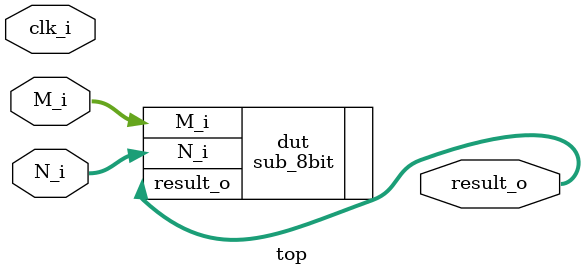
<source format=sv>
/* verilator lint_off UNUSED */
module top (
	//inputs
	input logic clk_i,
	input logic [7:0] M_i,
	input logic [7:0] N_i,
	//outputs
	output logic [8:0] result_o
);
    sub_8bit dut (
    	.M_i      (M_i),
    	.N_i      (N_i),
    	.result_o (result_o)
    );
endmodule : top

</source>
